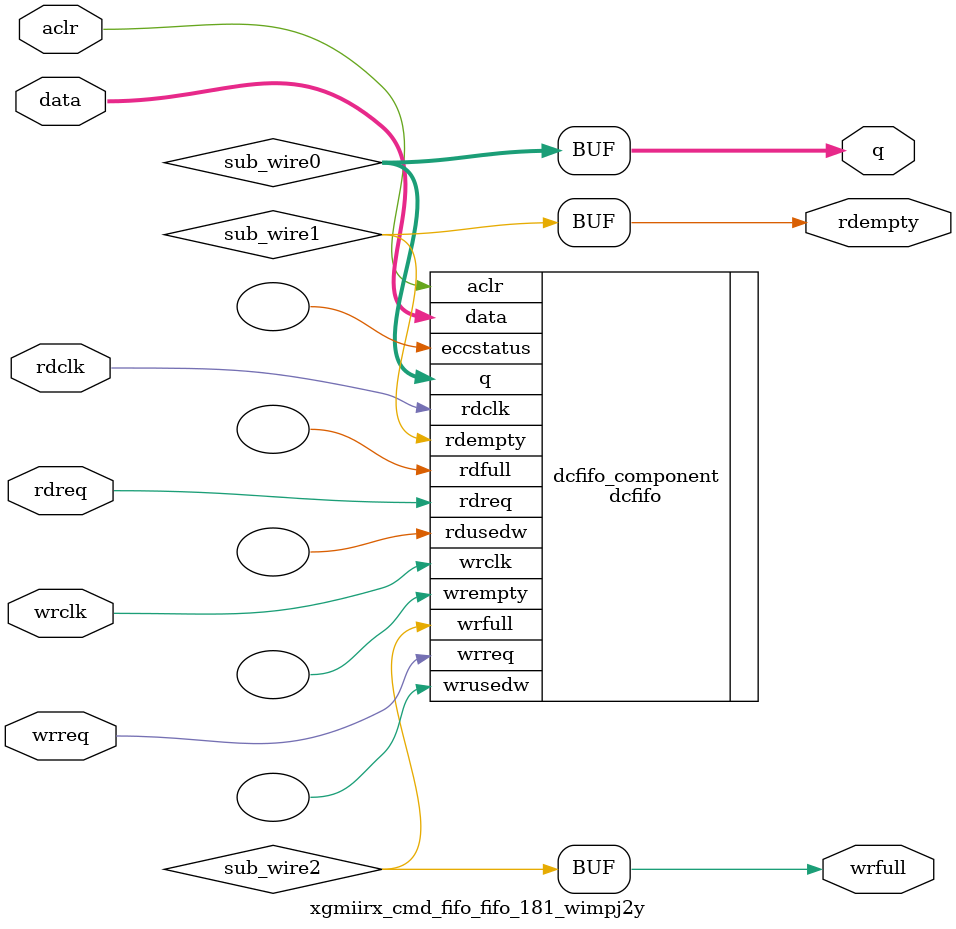
<source format=v>



`timescale 1 ps / 1 ps
// synopsys translate_on
module  xgmiirx_cmd_fifo_fifo_181_wimpj2y  (
    aclr,
    data,
    rdclk,
    rdreq,
    wrclk,
    wrreq,
    q,
    rdempty,
    wrfull);

    input    aclr;
    input  [28:0]  data;
    input    rdclk;
    input    rdreq;
    input    wrclk;
    input    wrreq;
    output [28:0]  q;
    output   rdempty;
    output   wrfull;
`ifndef ALTERA_RESERVED_QIS
// synopsys translate_off
`endif
    tri0     aclr;
`ifndef ALTERA_RESERVED_QIS
// synopsys translate_on
`endif

    wire [28:0] sub_wire0;
    wire  sub_wire1;
    wire  sub_wire2;
    wire [28:0] q = sub_wire0[28:0];
    wire  rdempty = sub_wire1;
    wire  wrfull = sub_wire2;

    dcfifo  dcfifo_component (
                .aclr (aclr),
                .data (data),
                .rdclk (rdclk),
                .rdreq (rdreq),
                .wrclk (wrclk),
                .wrreq (wrreq),
                .q (sub_wire0),
                .rdempty (sub_wire1),
                .wrfull (sub_wire2),
                .eccstatus (),
                .rdfull (),
                .rdusedw (),
                .wrempty (),
                .wrusedw ());
    defparam
        dcfifo_component.enable_ecc  = "FALSE",
        dcfifo_component.intended_device_family  = "Arria 10",
        dcfifo_component.lpm_hint  = "RAM_BLOCK_TYPE=MLAB,DISABLE_DCFIFO_EMBEDDED_TIMING_CONSTRAINT=TRUE",
        dcfifo_component.lpm_numwords  = 16,
        dcfifo_component.lpm_showahead  = "OFF",
        dcfifo_component.lpm_type  = "dcfifo",
        dcfifo_component.lpm_width  = 29,
        dcfifo_component.lpm_widthu  = 4,
        dcfifo_component.overflow_checking  = "ON",
        dcfifo_component.rdsync_delaypipe  = 5,
        dcfifo_component.read_aclr_synch  = "ON",
        dcfifo_component.underflow_checking  = "ON",
        dcfifo_component.use_eab  = "ON",
        dcfifo_component.write_aclr_synch  = "ON",
        dcfifo_component.wrsync_delaypipe  = 5;


endmodule



</source>
